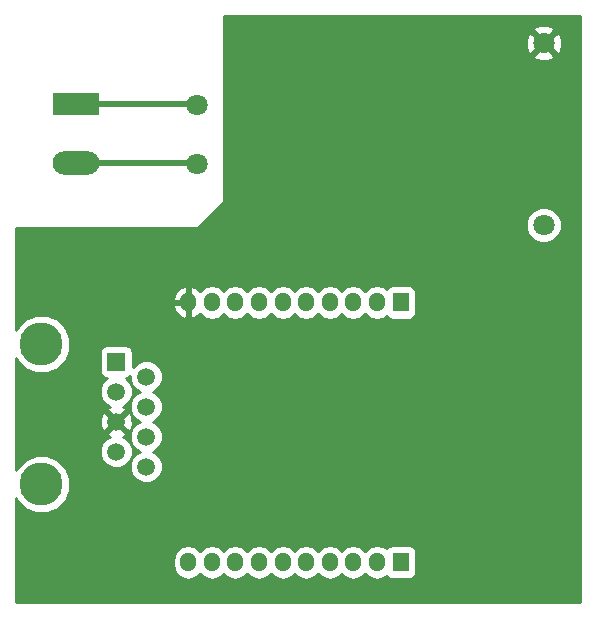
<source format=gbr>
G04 #@! TF.GenerationSoftware,KiCad,Pcbnew,no-vcs-found-7664~57~ubuntu16.10.1*
G04 #@! TF.CreationDate,2017-02-19T11:00:57+01:00*
G04 #@! TF.ProjectId,pulseboard,70756C7365626F6172642E6B69636164,rev?*
G04 #@! TF.FileFunction,Copper,L1,Top,Signal*
G04 #@! TF.FilePolarity,Positive*
%FSLAX46Y46*%
G04 Gerber Fmt 4.6, Leading zero omitted, Abs format (unit mm)*
G04 Created by KiCad (PCBNEW no-vcs-found-7664~57~ubuntu16.10.1) date Sun Feb 19 11:00:57 2017*
%MOMM*%
%LPD*%
G01*
G04 APERTURE LIST*
%ADD10C,0.100000*%
%ADD11O,3.960000X1.980000*%
%ADD12R,3.960000X1.980000*%
%ADD13C,1.800000*%
%ADD14O,1.360000X1.600000*%
%ADD15R,1.360000X1.600000*%
%ADD16C,1.501140*%
%ADD17R,1.501140X1.501140*%
%ADD18C,3.649980*%
%ADD19C,0.800000*%
%ADD20C,0.500000*%
%ADD21C,0.250000*%
%ADD22C,0.254000*%
G04 APERTURE END LIST*
D10*
D11*
X108600240Y-72990720D03*
D12*
X108600240Y-67990720D03*
D13*
X118809800Y-68057080D03*
X118809800Y-73057080D03*
X148209800Y-62857080D03*
X148209800Y-78257080D03*
D14*
X118094720Y-106803720D03*
X120094720Y-106803720D03*
X122094720Y-106803720D03*
X124094720Y-106803720D03*
X126094720Y-106803720D03*
X128094720Y-106803720D03*
X130094720Y-106803720D03*
X132094720Y-106803720D03*
X134094720Y-106803720D03*
D15*
X136094720Y-106803720D03*
X136094720Y-84803720D03*
D14*
X134094720Y-84803720D03*
X132094720Y-84803720D03*
X130094720Y-84803720D03*
X128094720Y-84803720D03*
X126094720Y-84803720D03*
X124094720Y-84803720D03*
X122094720Y-84803720D03*
X120094720Y-84803720D03*
X118094720Y-84803720D03*
D16*
X114554000Y-98704400D03*
X112014000Y-97434400D03*
X114554000Y-96164400D03*
X112014000Y-94894400D03*
X114554000Y-93624400D03*
X112014000Y-92354400D03*
X114554000Y-91084400D03*
D17*
X112014000Y-89814400D03*
D18*
X105664000Y-88328500D03*
X105664000Y-100197920D03*
D19*
X141726920Y-87726520D03*
X132765800Y-88686640D03*
X122595640Y-92410280D03*
X123875800Y-100939600D03*
D20*
X108600240Y-72990720D02*
X118743440Y-72990720D01*
X118743440Y-72990720D02*
X118809800Y-73057080D01*
X108600240Y-67990720D02*
X118743440Y-67990720D01*
X118743440Y-67990720D02*
X118809800Y-68057080D01*
D21*
X108666600Y-68057080D02*
X108600240Y-67990720D01*
D22*
G36*
X121173439Y-60548426D02*
X121178320Y-60548520D01*
X151312854Y-60548520D01*
X151302746Y-110149640D01*
X103499920Y-110149640D01*
X103499920Y-106655607D01*
X116779720Y-106655607D01*
X116779720Y-106951833D01*
X116879818Y-107455062D01*
X117164875Y-107881678D01*
X117591491Y-108166735D01*
X118094720Y-108266833D01*
X118597949Y-108166735D01*
X119024565Y-107881678D01*
X119094720Y-107776684D01*
X119164875Y-107881678D01*
X119591491Y-108166735D01*
X120094720Y-108266833D01*
X120597949Y-108166735D01*
X121024565Y-107881678D01*
X121094720Y-107776684D01*
X121164875Y-107881678D01*
X121591491Y-108166735D01*
X122094720Y-108266833D01*
X122597949Y-108166735D01*
X123024565Y-107881678D01*
X123094720Y-107776684D01*
X123164875Y-107881678D01*
X123591491Y-108166735D01*
X124094720Y-108266833D01*
X124597949Y-108166735D01*
X125024565Y-107881678D01*
X125094720Y-107776684D01*
X125164875Y-107881678D01*
X125591491Y-108166735D01*
X126094720Y-108266833D01*
X126597949Y-108166735D01*
X127024565Y-107881678D01*
X127094720Y-107776684D01*
X127164875Y-107881678D01*
X127591491Y-108166735D01*
X128094720Y-108266833D01*
X128597949Y-108166735D01*
X129024565Y-107881678D01*
X129094720Y-107776684D01*
X129164875Y-107881678D01*
X129591491Y-108166735D01*
X130094720Y-108266833D01*
X130597949Y-108166735D01*
X131024565Y-107881678D01*
X131094720Y-107776684D01*
X131164875Y-107881678D01*
X131591491Y-108166735D01*
X132094720Y-108266833D01*
X132597949Y-108166735D01*
X133024565Y-107881678D01*
X133094720Y-107776684D01*
X133164875Y-107881678D01*
X133591491Y-108166735D01*
X134094720Y-108266833D01*
X134597949Y-108166735D01*
X134894712Y-107968443D01*
X134956911Y-108061529D01*
X135166955Y-108201877D01*
X135414720Y-108251160D01*
X136774720Y-108251160D01*
X137022485Y-108201877D01*
X137232529Y-108061529D01*
X137372877Y-107851485D01*
X137422160Y-107603720D01*
X137422160Y-106003720D01*
X137372877Y-105755955D01*
X137232529Y-105545911D01*
X137022485Y-105405563D01*
X136774720Y-105356280D01*
X135414720Y-105356280D01*
X135166955Y-105405563D01*
X134956911Y-105545911D01*
X134894712Y-105638997D01*
X134597949Y-105440705D01*
X134094720Y-105340607D01*
X133591491Y-105440705D01*
X133164875Y-105725762D01*
X133094720Y-105830756D01*
X133024565Y-105725762D01*
X132597949Y-105440705D01*
X132094720Y-105340607D01*
X131591491Y-105440705D01*
X131164875Y-105725762D01*
X131094720Y-105830756D01*
X131024565Y-105725762D01*
X130597949Y-105440705D01*
X130094720Y-105340607D01*
X129591491Y-105440705D01*
X129164875Y-105725762D01*
X129094720Y-105830756D01*
X129024565Y-105725762D01*
X128597949Y-105440705D01*
X128094720Y-105340607D01*
X127591491Y-105440705D01*
X127164875Y-105725762D01*
X127094720Y-105830756D01*
X127024565Y-105725762D01*
X126597949Y-105440705D01*
X126094720Y-105340607D01*
X125591491Y-105440705D01*
X125164875Y-105725762D01*
X125094720Y-105830756D01*
X125024565Y-105725762D01*
X124597949Y-105440705D01*
X124094720Y-105340607D01*
X123591491Y-105440705D01*
X123164875Y-105725762D01*
X123094720Y-105830756D01*
X123024565Y-105725762D01*
X122597949Y-105440705D01*
X122094720Y-105340607D01*
X121591491Y-105440705D01*
X121164875Y-105725762D01*
X121094720Y-105830756D01*
X121024565Y-105725762D01*
X120597949Y-105440705D01*
X120094720Y-105340607D01*
X119591491Y-105440705D01*
X119164875Y-105725762D01*
X119094720Y-105830756D01*
X119024565Y-105725762D01*
X118597949Y-105440705D01*
X118094720Y-105340607D01*
X117591491Y-105440705D01*
X117164875Y-105725762D01*
X116879818Y-106152378D01*
X116779720Y-106655607D01*
X103499920Y-106655607D01*
X103499920Y-101402283D01*
X103577306Y-101589572D01*
X104268708Y-102282182D01*
X105172531Y-102657482D01*
X106151175Y-102658336D01*
X107055652Y-102284614D01*
X107748262Y-101593212D01*
X108123562Y-100689389D01*
X108124416Y-99710745D01*
X107750694Y-98806268D01*
X107059292Y-98113658D01*
X106155469Y-97738358D01*
X105176825Y-97737504D01*
X104272348Y-98111226D01*
X103579738Y-98802628D01*
X103499920Y-98994851D01*
X103499920Y-97708798D01*
X110628190Y-97708798D01*
X110838686Y-98218237D01*
X111228113Y-98608344D01*
X111737184Y-98819729D01*
X112288398Y-98820210D01*
X112797837Y-98609714D01*
X113187944Y-98220287D01*
X113399329Y-97711216D01*
X113399810Y-97160002D01*
X113189314Y-96650563D01*
X112799887Y-96260456D01*
X112584504Y-96171021D01*
X112738265Y-96107331D01*
X112806325Y-95866330D01*
X112014000Y-95074005D01*
X111221675Y-95866330D01*
X111289735Y-96107331D01*
X111455040Y-96166169D01*
X111230163Y-96259086D01*
X110840056Y-96648513D01*
X110628671Y-97157584D01*
X110628190Y-97708798D01*
X103499920Y-97708798D01*
X103499920Y-94689434D01*
X110616233Y-94689434D01*
X110644195Y-95239938D01*
X110801069Y-95618665D01*
X111042070Y-95686725D01*
X111834395Y-94894400D01*
X112193605Y-94894400D01*
X112985930Y-95686725D01*
X113226931Y-95618665D01*
X113411767Y-95099366D01*
X113383805Y-94548862D01*
X113226931Y-94170135D01*
X112985930Y-94102075D01*
X112193605Y-94894400D01*
X111834395Y-94894400D01*
X111042070Y-94102075D01*
X110801069Y-94170135D01*
X110616233Y-94689434D01*
X103499920Y-94689434D01*
X103499920Y-89532863D01*
X103577306Y-89720152D01*
X104268708Y-90412762D01*
X105172531Y-90788062D01*
X106151175Y-90788916D01*
X107055652Y-90415194D01*
X107748262Y-89723792D01*
X108022302Y-89063830D01*
X110615990Y-89063830D01*
X110615990Y-90564970D01*
X110665273Y-90812735D01*
X110805621Y-91022779D01*
X111015665Y-91163127D01*
X111207855Y-91201355D01*
X110840056Y-91568513D01*
X110628671Y-92077584D01*
X110628190Y-92628798D01*
X110838686Y-93138237D01*
X111228113Y-93528344D01*
X111443496Y-93617779D01*
X111289735Y-93681469D01*
X111221675Y-93922470D01*
X112014000Y-94714795D01*
X112806325Y-93922470D01*
X112738265Y-93681469D01*
X112572960Y-93622631D01*
X112797837Y-93529714D01*
X113187944Y-93140287D01*
X113399329Y-92631216D01*
X113399810Y-92080002D01*
X113189314Y-91570563D01*
X112820650Y-91201255D01*
X113012335Y-91163127D01*
X113168452Y-91058812D01*
X113168190Y-91358798D01*
X113378686Y-91868237D01*
X113768113Y-92258344D01*
X113999381Y-92354375D01*
X113770163Y-92449086D01*
X113380056Y-92838513D01*
X113168671Y-93347584D01*
X113168190Y-93898798D01*
X113378686Y-94408237D01*
X113768113Y-94798344D01*
X113999381Y-94894375D01*
X113770163Y-94989086D01*
X113380056Y-95378513D01*
X113168671Y-95887584D01*
X113168190Y-96438798D01*
X113378686Y-96948237D01*
X113768113Y-97338344D01*
X113999381Y-97434375D01*
X113770163Y-97529086D01*
X113380056Y-97918513D01*
X113168671Y-98427584D01*
X113168190Y-98978798D01*
X113378686Y-99488237D01*
X113768113Y-99878344D01*
X114277184Y-100089729D01*
X114828398Y-100090210D01*
X115337837Y-99879714D01*
X115727944Y-99490287D01*
X115939329Y-98981216D01*
X115939810Y-98430002D01*
X115729314Y-97920563D01*
X115339887Y-97530456D01*
X115108619Y-97434425D01*
X115337837Y-97339714D01*
X115727944Y-96950287D01*
X115939329Y-96441216D01*
X115939810Y-95890002D01*
X115729314Y-95380563D01*
X115339887Y-94990456D01*
X115108619Y-94894425D01*
X115337837Y-94799714D01*
X115727944Y-94410287D01*
X115939329Y-93901216D01*
X115939810Y-93350002D01*
X115729314Y-92840563D01*
X115339887Y-92450456D01*
X115108619Y-92354425D01*
X115337837Y-92259714D01*
X115727944Y-91870287D01*
X115939329Y-91361216D01*
X115939810Y-90810002D01*
X115729314Y-90300563D01*
X115339887Y-89910456D01*
X114830816Y-89699071D01*
X114279602Y-89698590D01*
X113770163Y-89909086D01*
X113412010Y-90266615D01*
X113412010Y-89063830D01*
X113362727Y-88816065D01*
X113222379Y-88606021D01*
X113012335Y-88465673D01*
X112764570Y-88416390D01*
X111263430Y-88416390D01*
X111015665Y-88465673D01*
X110805621Y-88606021D01*
X110665273Y-88816065D01*
X110615990Y-89063830D01*
X108022302Y-89063830D01*
X108123562Y-88819969D01*
X108124416Y-87841325D01*
X107750694Y-86936848D01*
X107059292Y-86244238D01*
X106155469Y-85868938D01*
X105176825Y-85868084D01*
X104272348Y-86241806D01*
X103579738Y-86933208D01*
X103499920Y-87125431D01*
X103499920Y-85136292D01*
X116797338Y-85136292D01*
X116977443Y-85616598D01*
X117327644Y-85991419D01*
X117764534Y-86196592D01*
X117967720Y-86072974D01*
X117967720Y-84930720D01*
X116938807Y-84930720D01*
X116797338Y-85136292D01*
X103499920Y-85136292D01*
X103499920Y-84471148D01*
X116797338Y-84471148D01*
X116938807Y-84676720D01*
X117967720Y-84676720D01*
X117967720Y-83534466D01*
X118221720Y-83534466D01*
X118221720Y-84676720D01*
X118241720Y-84676720D01*
X118241720Y-84930720D01*
X118221720Y-84930720D01*
X118221720Y-86072974D01*
X118424906Y-86196592D01*
X118861796Y-85991419D01*
X119081255Y-85756532D01*
X119164875Y-85881678D01*
X119591491Y-86166735D01*
X120094720Y-86266833D01*
X120597949Y-86166735D01*
X121024565Y-85881678D01*
X121094720Y-85776684D01*
X121164875Y-85881678D01*
X121591491Y-86166735D01*
X122094720Y-86266833D01*
X122597949Y-86166735D01*
X123024565Y-85881678D01*
X123094720Y-85776684D01*
X123164875Y-85881678D01*
X123591491Y-86166735D01*
X124094720Y-86266833D01*
X124597949Y-86166735D01*
X125024565Y-85881678D01*
X125094720Y-85776684D01*
X125164875Y-85881678D01*
X125591491Y-86166735D01*
X126094720Y-86266833D01*
X126597949Y-86166735D01*
X127024565Y-85881678D01*
X127094720Y-85776684D01*
X127164875Y-85881678D01*
X127591491Y-86166735D01*
X128094720Y-86266833D01*
X128597949Y-86166735D01*
X129024565Y-85881678D01*
X129094720Y-85776684D01*
X129164875Y-85881678D01*
X129591491Y-86166735D01*
X130094720Y-86266833D01*
X130597949Y-86166735D01*
X131024565Y-85881678D01*
X131094720Y-85776684D01*
X131164875Y-85881678D01*
X131591491Y-86166735D01*
X132094720Y-86266833D01*
X132597949Y-86166735D01*
X133024565Y-85881678D01*
X133094720Y-85776684D01*
X133164875Y-85881678D01*
X133591491Y-86166735D01*
X134094720Y-86266833D01*
X134597949Y-86166735D01*
X134894712Y-85968443D01*
X134956911Y-86061529D01*
X135166955Y-86201877D01*
X135414720Y-86251160D01*
X136774720Y-86251160D01*
X137022485Y-86201877D01*
X137232529Y-86061529D01*
X137372877Y-85851485D01*
X137422160Y-85603720D01*
X137422160Y-84003720D01*
X137372877Y-83755955D01*
X137232529Y-83545911D01*
X137022485Y-83405563D01*
X136774720Y-83356280D01*
X135414720Y-83356280D01*
X135166955Y-83405563D01*
X134956911Y-83545911D01*
X134894712Y-83638997D01*
X134597949Y-83440705D01*
X134094720Y-83340607D01*
X133591491Y-83440705D01*
X133164875Y-83725762D01*
X133094720Y-83830756D01*
X133024565Y-83725762D01*
X132597949Y-83440705D01*
X132094720Y-83340607D01*
X131591491Y-83440705D01*
X131164875Y-83725762D01*
X131094720Y-83830756D01*
X131024565Y-83725762D01*
X130597949Y-83440705D01*
X130094720Y-83340607D01*
X129591491Y-83440705D01*
X129164875Y-83725762D01*
X129094720Y-83830756D01*
X129024565Y-83725762D01*
X128597949Y-83440705D01*
X128094720Y-83340607D01*
X127591491Y-83440705D01*
X127164875Y-83725762D01*
X127094720Y-83830756D01*
X127024565Y-83725762D01*
X126597949Y-83440705D01*
X126094720Y-83340607D01*
X125591491Y-83440705D01*
X125164875Y-83725762D01*
X125094720Y-83830756D01*
X125024565Y-83725762D01*
X124597949Y-83440705D01*
X124094720Y-83340607D01*
X123591491Y-83440705D01*
X123164875Y-83725762D01*
X123094720Y-83830756D01*
X123024565Y-83725762D01*
X122597949Y-83440705D01*
X122094720Y-83340607D01*
X121591491Y-83440705D01*
X121164875Y-83725762D01*
X121094720Y-83830756D01*
X121024565Y-83725762D01*
X120597949Y-83440705D01*
X120094720Y-83340607D01*
X119591491Y-83440705D01*
X119164875Y-83725762D01*
X119081255Y-83850908D01*
X118861796Y-83616021D01*
X118424906Y-83410848D01*
X118221720Y-83534466D01*
X117967720Y-83534466D01*
X117764534Y-83410848D01*
X117327644Y-83616021D01*
X116977443Y-83990842D01*
X116797338Y-84471148D01*
X103499920Y-84471148D01*
X103499920Y-78561071D01*
X146674535Y-78561071D01*
X146907732Y-79125451D01*
X147339157Y-79557631D01*
X147903130Y-79791813D01*
X148513791Y-79792345D01*
X149078171Y-79559148D01*
X149510351Y-79127723D01*
X149744533Y-78563750D01*
X149745065Y-77953089D01*
X149511868Y-77388709D01*
X149080443Y-76956529D01*
X148516470Y-76722347D01*
X147905809Y-76721815D01*
X147341429Y-76955012D01*
X146909249Y-77386437D01*
X146675067Y-77950410D01*
X146674535Y-78561071D01*
X103499920Y-78561071D01*
X103499920Y-78526640D01*
X118866920Y-78526640D01*
X118915521Y-78516973D01*
X118956723Y-78489443D01*
X121115723Y-76330443D01*
X121143253Y-76289241D01*
X121152920Y-76240803D01*
X121168718Y-63937239D01*
X147309246Y-63937239D01*
X147395652Y-64193723D01*
X147969136Y-64403538D01*
X148579260Y-64377919D01*
X149023948Y-64193723D01*
X149110354Y-63937239D01*
X148209800Y-63036685D01*
X147309246Y-63937239D01*
X121168718Y-63937239D01*
X121170415Y-62616416D01*
X146663342Y-62616416D01*
X146688961Y-63226540D01*
X146873157Y-63671228D01*
X147129641Y-63757634D01*
X148030195Y-62857080D01*
X148389405Y-62857080D01*
X149289959Y-63757634D01*
X149546443Y-63671228D01*
X149756258Y-63097744D01*
X149730639Y-62487620D01*
X149546443Y-62042932D01*
X149289959Y-61956526D01*
X148389405Y-62857080D01*
X148030195Y-62857080D01*
X147129641Y-61956526D01*
X146873157Y-62042932D01*
X146663342Y-62616416D01*
X121170415Y-62616416D01*
X121171493Y-61776921D01*
X147309246Y-61776921D01*
X148209800Y-62677475D01*
X149110354Y-61776921D01*
X149023948Y-61520437D01*
X148450464Y-61310622D01*
X147840340Y-61336241D01*
X147395652Y-61520437D01*
X147309246Y-61776921D01*
X121171493Y-61776921D01*
X121173071Y-60548412D01*
X121173439Y-60548426D01*
X121173439Y-60548426D01*
G37*
X121173439Y-60548426D02*
X121178320Y-60548520D01*
X151312854Y-60548520D01*
X151302746Y-110149640D01*
X103499920Y-110149640D01*
X103499920Y-106655607D01*
X116779720Y-106655607D01*
X116779720Y-106951833D01*
X116879818Y-107455062D01*
X117164875Y-107881678D01*
X117591491Y-108166735D01*
X118094720Y-108266833D01*
X118597949Y-108166735D01*
X119024565Y-107881678D01*
X119094720Y-107776684D01*
X119164875Y-107881678D01*
X119591491Y-108166735D01*
X120094720Y-108266833D01*
X120597949Y-108166735D01*
X121024565Y-107881678D01*
X121094720Y-107776684D01*
X121164875Y-107881678D01*
X121591491Y-108166735D01*
X122094720Y-108266833D01*
X122597949Y-108166735D01*
X123024565Y-107881678D01*
X123094720Y-107776684D01*
X123164875Y-107881678D01*
X123591491Y-108166735D01*
X124094720Y-108266833D01*
X124597949Y-108166735D01*
X125024565Y-107881678D01*
X125094720Y-107776684D01*
X125164875Y-107881678D01*
X125591491Y-108166735D01*
X126094720Y-108266833D01*
X126597949Y-108166735D01*
X127024565Y-107881678D01*
X127094720Y-107776684D01*
X127164875Y-107881678D01*
X127591491Y-108166735D01*
X128094720Y-108266833D01*
X128597949Y-108166735D01*
X129024565Y-107881678D01*
X129094720Y-107776684D01*
X129164875Y-107881678D01*
X129591491Y-108166735D01*
X130094720Y-108266833D01*
X130597949Y-108166735D01*
X131024565Y-107881678D01*
X131094720Y-107776684D01*
X131164875Y-107881678D01*
X131591491Y-108166735D01*
X132094720Y-108266833D01*
X132597949Y-108166735D01*
X133024565Y-107881678D01*
X133094720Y-107776684D01*
X133164875Y-107881678D01*
X133591491Y-108166735D01*
X134094720Y-108266833D01*
X134597949Y-108166735D01*
X134894712Y-107968443D01*
X134956911Y-108061529D01*
X135166955Y-108201877D01*
X135414720Y-108251160D01*
X136774720Y-108251160D01*
X137022485Y-108201877D01*
X137232529Y-108061529D01*
X137372877Y-107851485D01*
X137422160Y-107603720D01*
X137422160Y-106003720D01*
X137372877Y-105755955D01*
X137232529Y-105545911D01*
X137022485Y-105405563D01*
X136774720Y-105356280D01*
X135414720Y-105356280D01*
X135166955Y-105405563D01*
X134956911Y-105545911D01*
X134894712Y-105638997D01*
X134597949Y-105440705D01*
X134094720Y-105340607D01*
X133591491Y-105440705D01*
X133164875Y-105725762D01*
X133094720Y-105830756D01*
X133024565Y-105725762D01*
X132597949Y-105440705D01*
X132094720Y-105340607D01*
X131591491Y-105440705D01*
X131164875Y-105725762D01*
X131094720Y-105830756D01*
X131024565Y-105725762D01*
X130597949Y-105440705D01*
X130094720Y-105340607D01*
X129591491Y-105440705D01*
X129164875Y-105725762D01*
X129094720Y-105830756D01*
X129024565Y-105725762D01*
X128597949Y-105440705D01*
X128094720Y-105340607D01*
X127591491Y-105440705D01*
X127164875Y-105725762D01*
X127094720Y-105830756D01*
X127024565Y-105725762D01*
X126597949Y-105440705D01*
X126094720Y-105340607D01*
X125591491Y-105440705D01*
X125164875Y-105725762D01*
X125094720Y-105830756D01*
X125024565Y-105725762D01*
X124597949Y-105440705D01*
X124094720Y-105340607D01*
X123591491Y-105440705D01*
X123164875Y-105725762D01*
X123094720Y-105830756D01*
X123024565Y-105725762D01*
X122597949Y-105440705D01*
X122094720Y-105340607D01*
X121591491Y-105440705D01*
X121164875Y-105725762D01*
X121094720Y-105830756D01*
X121024565Y-105725762D01*
X120597949Y-105440705D01*
X120094720Y-105340607D01*
X119591491Y-105440705D01*
X119164875Y-105725762D01*
X119094720Y-105830756D01*
X119024565Y-105725762D01*
X118597949Y-105440705D01*
X118094720Y-105340607D01*
X117591491Y-105440705D01*
X117164875Y-105725762D01*
X116879818Y-106152378D01*
X116779720Y-106655607D01*
X103499920Y-106655607D01*
X103499920Y-101402283D01*
X103577306Y-101589572D01*
X104268708Y-102282182D01*
X105172531Y-102657482D01*
X106151175Y-102658336D01*
X107055652Y-102284614D01*
X107748262Y-101593212D01*
X108123562Y-100689389D01*
X108124416Y-99710745D01*
X107750694Y-98806268D01*
X107059292Y-98113658D01*
X106155469Y-97738358D01*
X105176825Y-97737504D01*
X104272348Y-98111226D01*
X103579738Y-98802628D01*
X103499920Y-98994851D01*
X103499920Y-97708798D01*
X110628190Y-97708798D01*
X110838686Y-98218237D01*
X111228113Y-98608344D01*
X111737184Y-98819729D01*
X112288398Y-98820210D01*
X112797837Y-98609714D01*
X113187944Y-98220287D01*
X113399329Y-97711216D01*
X113399810Y-97160002D01*
X113189314Y-96650563D01*
X112799887Y-96260456D01*
X112584504Y-96171021D01*
X112738265Y-96107331D01*
X112806325Y-95866330D01*
X112014000Y-95074005D01*
X111221675Y-95866330D01*
X111289735Y-96107331D01*
X111455040Y-96166169D01*
X111230163Y-96259086D01*
X110840056Y-96648513D01*
X110628671Y-97157584D01*
X110628190Y-97708798D01*
X103499920Y-97708798D01*
X103499920Y-94689434D01*
X110616233Y-94689434D01*
X110644195Y-95239938D01*
X110801069Y-95618665D01*
X111042070Y-95686725D01*
X111834395Y-94894400D01*
X112193605Y-94894400D01*
X112985930Y-95686725D01*
X113226931Y-95618665D01*
X113411767Y-95099366D01*
X113383805Y-94548862D01*
X113226931Y-94170135D01*
X112985930Y-94102075D01*
X112193605Y-94894400D01*
X111834395Y-94894400D01*
X111042070Y-94102075D01*
X110801069Y-94170135D01*
X110616233Y-94689434D01*
X103499920Y-94689434D01*
X103499920Y-89532863D01*
X103577306Y-89720152D01*
X104268708Y-90412762D01*
X105172531Y-90788062D01*
X106151175Y-90788916D01*
X107055652Y-90415194D01*
X107748262Y-89723792D01*
X108022302Y-89063830D01*
X110615990Y-89063830D01*
X110615990Y-90564970D01*
X110665273Y-90812735D01*
X110805621Y-91022779D01*
X111015665Y-91163127D01*
X111207855Y-91201355D01*
X110840056Y-91568513D01*
X110628671Y-92077584D01*
X110628190Y-92628798D01*
X110838686Y-93138237D01*
X111228113Y-93528344D01*
X111443496Y-93617779D01*
X111289735Y-93681469D01*
X111221675Y-93922470D01*
X112014000Y-94714795D01*
X112806325Y-93922470D01*
X112738265Y-93681469D01*
X112572960Y-93622631D01*
X112797837Y-93529714D01*
X113187944Y-93140287D01*
X113399329Y-92631216D01*
X113399810Y-92080002D01*
X113189314Y-91570563D01*
X112820650Y-91201255D01*
X113012335Y-91163127D01*
X113168452Y-91058812D01*
X113168190Y-91358798D01*
X113378686Y-91868237D01*
X113768113Y-92258344D01*
X113999381Y-92354375D01*
X113770163Y-92449086D01*
X113380056Y-92838513D01*
X113168671Y-93347584D01*
X113168190Y-93898798D01*
X113378686Y-94408237D01*
X113768113Y-94798344D01*
X113999381Y-94894375D01*
X113770163Y-94989086D01*
X113380056Y-95378513D01*
X113168671Y-95887584D01*
X113168190Y-96438798D01*
X113378686Y-96948237D01*
X113768113Y-97338344D01*
X113999381Y-97434375D01*
X113770163Y-97529086D01*
X113380056Y-97918513D01*
X113168671Y-98427584D01*
X113168190Y-98978798D01*
X113378686Y-99488237D01*
X113768113Y-99878344D01*
X114277184Y-100089729D01*
X114828398Y-100090210D01*
X115337837Y-99879714D01*
X115727944Y-99490287D01*
X115939329Y-98981216D01*
X115939810Y-98430002D01*
X115729314Y-97920563D01*
X115339887Y-97530456D01*
X115108619Y-97434425D01*
X115337837Y-97339714D01*
X115727944Y-96950287D01*
X115939329Y-96441216D01*
X115939810Y-95890002D01*
X115729314Y-95380563D01*
X115339887Y-94990456D01*
X115108619Y-94894425D01*
X115337837Y-94799714D01*
X115727944Y-94410287D01*
X115939329Y-93901216D01*
X115939810Y-93350002D01*
X115729314Y-92840563D01*
X115339887Y-92450456D01*
X115108619Y-92354425D01*
X115337837Y-92259714D01*
X115727944Y-91870287D01*
X115939329Y-91361216D01*
X115939810Y-90810002D01*
X115729314Y-90300563D01*
X115339887Y-89910456D01*
X114830816Y-89699071D01*
X114279602Y-89698590D01*
X113770163Y-89909086D01*
X113412010Y-90266615D01*
X113412010Y-89063830D01*
X113362727Y-88816065D01*
X113222379Y-88606021D01*
X113012335Y-88465673D01*
X112764570Y-88416390D01*
X111263430Y-88416390D01*
X111015665Y-88465673D01*
X110805621Y-88606021D01*
X110665273Y-88816065D01*
X110615990Y-89063830D01*
X108022302Y-89063830D01*
X108123562Y-88819969D01*
X108124416Y-87841325D01*
X107750694Y-86936848D01*
X107059292Y-86244238D01*
X106155469Y-85868938D01*
X105176825Y-85868084D01*
X104272348Y-86241806D01*
X103579738Y-86933208D01*
X103499920Y-87125431D01*
X103499920Y-85136292D01*
X116797338Y-85136292D01*
X116977443Y-85616598D01*
X117327644Y-85991419D01*
X117764534Y-86196592D01*
X117967720Y-86072974D01*
X117967720Y-84930720D01*
X116938807Y-84930720D01*
X116797338Y-85136292D01*
X103499920Y-85136292D01*
X103499920Y-84471148D01*
X116797338Y-84471148D01*
X116938807Y-84676720D01*
X117967720Y-84676720D01*
X117967720Y-83534466D01*
X118221720Y-83534466D01*
X118221720Y-84676720D01*
X118241720Y-84676720D01*
X118241720Y-84930720D01*
X118221720Y-84930720D01*
X118221720Y-86072974D01*
X118424906Y-86196592D01*
X118861796Y-85991419D01*
X119081255Y-85756532D01*
X119164875Y-85881678D01*
X119591491Y-86166735D01*
X120094720Y-86266833D01*
X120597949Y-86166735D01*
X121024565Y-85881678D01*
X121094720Y-85776684D01*
X121164875Y-85881678D01*
X121591491Y-86166735D01*
X122094720Y-86266833D01*
X122597949Y-86166735D01*
X123024565Y-85881678D01*
X123094720Y-85776684D01*
X123164875Y-85881678D01*
X123591491Y-86166735D01*
X124094720Y-86266833D01*
X124597949Y-86166735D01*
X125024565Y-85881678D01*
X125094720Y-85776684D01*
X125164875Y-85881678D01*
X125591491Y-86166735D01*
X126094720Y-86266833D01*
X126597949Y-86166735D01*
X127024565Y-85881678D01*
X127094720Y-85776684D01*
X127164875Y-85881678D01*
X127591491Y-86166735D01*
X128094720Y-86266833D01*
X128597949Y-86166735D01*
X129024565Y-85881678D01*
X129094720Y-85776684D01*
X129164875Y-85881678D01*
X129591491Y-86166735D01*
X130094720Y-86266833D01*
X130597949Y-86166735D01*
X131024565Y-85881678D01*
X131094720Y-85776684D01*
X131164875Y-85881678D01*
X131591491Y-86166735D01*
X132094720Y-86266833D01*
X132597949Y-86166735D01*
X133024565Y-85881678D01*
X133094720Y-85776684D01*
X133164875Y-85881678D01*
X133591491Y-86166735D01*
X134094720Y-86266833D01*
X134597949Y-86166735D01*
X134894712Y-85968443D01*
X134956911Y-86061529D01*
X135166955Y-86201877D01*
X135414720Y-86251160D01*
X136774720Y-86251160D01*
X137022485Y-86201877D01*
X137232529Y-86061529D01*
X137372877Y-85851485D01*
X137422160Y-85603720D01*
X137422160Y-84003720D01*
X137372877Y-83755955D01*
X137232529Y-83545911D01*
X137022485Y-83405563D01*
X136774720Y-83356280D01*
X135414720Y-83356280D01*
X135166955Y-83405563D01*
X134956911Y-83545911D01*
X134894712Y-83638997D01*
X134597949Y-83440705D01*
X134094720Y-83340607D01*
X133591491Y-83440705D01*
X133164875Y-83725762D01*
X133094720Y-83830756D01*
X133024565Y-83725762D01*
X132597949Y-83440705D01*
X132094720Y-83340607D01*
X131591491Y-83440705D01*
X131164875Y-83725762D01*
X131094720Y-83830756D01*
X131024565Y-83725762D01*
X130597949Y-83440705D01*
X130094720Y-83340607D01*
X129591491Y-83440705D01*
X129164875Y-83725762D01*
X129094720Y-83830756D01*
X129024565Y-83725762D01*
X128597949Y-83440705D01*
X128094720Y-83340607D01*
X127591491Y-83440705D01*
X127164875Y-83725762D01*
X127094720Y-83830756D01*
X127024565Y-83725762D01*
X126597949Y-83440705D01*
X126094720Y-83340607D01*
X125591491Y-83440705D01*
X125164875Y-83725762D01*
X125094720Y-83830756D01*
X125024565Y-83725762D01*
X124597949Y-83440705D01*
X124094720Y-83340607D01*
X123591491Y-83440705D01*
X123164875Y-83725762D01*
X123094720Y-83830756D01*
X123024565Y-83725762D01*
X122597949Y-83440705D01*
X122094720Y-83340607D01*
X121591491Y-83440705D01*
X121164875Y-83725762D01*
X121094720Y-83830756D01*
X121024565Y-83725762D01*
X120597949Y-83440705D01*
X120094720Y-83340607D01*
X119591491Y-83440705D01*
X119164875Y-83725762D01*
X119081255Y-83850908D01*
X118861796Y-83616021D01*
X118424906Y-83410848D01*
X118221720Y-83534466D01*
X117967720Y-83534466D01*
X117764534Y-83410848D01*
X117327644Y-83616021D01*
X116977443Y-83990842D01*
X116797338Y-84471148D01*
X103499920Y-84471148D01*
X103499920Y-78561071D01*
X146674535Y-78561071D01*
X146907732Y-79125451D01*
X147339157Y-79557631D01*
X147903130Y-79791813D01*
X148513791Y-79792345D01*
X149078171Y-79559148D01*
X149510351Y-79127723D01*
X149744533Y-78563750D01*
X149745065Y-77953089D01*
X149511868Y-77388709D01*
X149080443Y-76956529D01*
X148516470Y-76722347D01*
X147905809Y-76721815D01*
X147341429Y-76955012D01*
X146909249Y-77386437D01*
X146675067Y-77950410D01*
X146674535Y-78561071D01*
X103499920Y-78561071D01*
X103499920Y-78526640D01*
X118866920Y-78526640D01*
X118915521Y-78516973D01*
X118956723Y-78489443D01*
X121115723Y-76330443D01*
X121143253Y-76289241D01*
X121152920Y-76240803D01*
X121168718Y-63937239D01*
X147309246Y-63937239D01*
X147395652Y-64193723D01*
X147969136Y-64403538D01*
X148579260Y-64377919D01*
X149023948Y-64193723D01*
X149110354Y-63937239D01*
X148209800Y-63036685D01*
X147309246Y-63937239D01*
X121168718Y-63937239D01*
X121170415Y-62616416D01*
X146663342Y-62616416D01*
X146688961Y-63226540D01*
X146873157Y-63671228D01*
X147129641Y-63757634D01*
X148030195Y-62857080D01*
X148389405Y-62857080D01*
X149289959Y-63757634D01*
X149546443Y-63671228D01*
X149756258Y-63097744D01*
X149730639Y-62487620D01*
X149546443Y-62042932D01*
X149289959Y-61956526D01*
X148389405Y-62857080D01*
X148030195Y-62857080D01*
X147129641Y-61956526D01*
X146873157Y-62042932D01*
X146663342Y-62616416D01*
X121170415Y-62616416D01*
X121171493Y-61776921D01*
X147309246Y-61776921D01*
X148209800Y-62677475D01*
X149110354Y-61776921D01*
X149023948Y-61520437D01*
X148450464Y-61310622D01*
X147840340Y-61336241D01*
X147395652Y-61520437D01*
X147309246Y-61776921D01*
X121171493Y-61776921D01*
X121173071Y-60548412D01*
X121173439Y-60548426D01*
M02*

</source>
